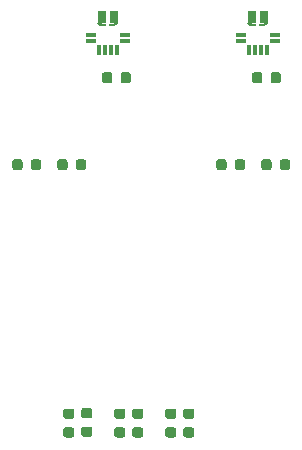
<source format=gbr>
G04 #@! TF.GenerationSoftware,KiCad,Pcbnew,(5.1.6)-1*
G04 #@! TF.CreationDate,2020-07-11T10:04:51-07:00*
G04 #@! TF.ProjectId,stepper_analyzer,73746570-7065-4725-9f61-6e616c797a65,rev?*
G04 #@! TF.SameCoordinates,Original*
G04 #@! TF.FileFunction,Paste,Top*
G04 #@! TF.FilePolarity,Positive*
%FSLAX46Y46*%
G04 Gerber Fmt 4.6, Leading zero omitted, Abs format (unit mm)*
G04 Created by KiCad (PCBNEW (5.1.6)-1) date 2020-07-11 10:04:51*
%MOMM*%
%LPD*%
G01*
G04 APERTURE LIST*
%ADD10C,0.100000*%
%ADD11R,0.600000X0.200000*%
%ADD12R,0.800000X1.070000*%
%ADD13R,0.300000X0.850000*%
%ADD14R,0.850000X0.300000*%
G04 APERTURE END LIST*
G36*
G01*
X131574250Y-103815500D02*
X131061750Y-103815500D01*
G75*
G02*
X130843000Y-103596750I0J218750D01*
G01*
X130843000Y-103159250D01*
G75*
G02*
X131061750Y-102940500I218750J0D01*
G01*
X131574250Y-102940500D01*
G75*
G02*
X131793000Y-103159250I0J-218750D01*
G01*
X131793000Y-103596750D01*
G75*
G02*
X131574250Y-103815500I-218750J0D01*
G01*
G37*
G36*
G01*
X131574250Y-105390500D02*
X131061750Y-105390500D01*
G75*
G02*
X130843000Y-105171750I0J218750D01*
G01*
X130843000Y-104734250D01*
G75*
G02*
X131061750Y-104515500I218750J0D01*
G01*
X131574250Y-104515500D01*
G75*
G02*
X131793000Y-104734250I0J-218750D01*
G01*
X131793000Y-105171750D01*
G75*
G02*
X131574250Y-105390500I-218750J0D01*
G01*
G37*
D10*
G36*
X123560030Y-70335000D02*
G01*
X123760000Y-70135030D01*
X123959970Y-70335000D01*
X123760000Y-70534970D01*
X123560030Y-70335000D01*
G37*
D11*
X124060000Y-70435000D03*
D12*
X123960000Y-69800000D03*
D10*
G36*
X124960030Y-70335000D02*
G01*
X125160000Y-70135030D01*
X125359970Y-70335000D01*
X125160000Y-70534970D01*
X124960030Y-70335000D01*
G37*
D11*
X124860000Y-70435000D03*
D12*
X124960000Y-69800000D03*
D13*
X125210000Y-72550000D03*
X124710000Y-72550000D03*
X124210000Y-72550000D03*
X123710000Y-72550000D03*
D14*
X123010000Y-71850000D03*
X123010000Y-71350000D03*
X125910000Y-71850000D03*
X125910000Y-71350000D03*
D10*
G36*
X136260030Y-70335000D02*
G01*
X136460000Y-70135030D01*
X136659970Y-70335000D01*
X136460000Y-70534970D01*
X136260030Y-70335000D01*
G37*
D11*
X136760000Y-70435000D03*
D12*
X136660000Y-69800000D03*
D10*
G36*
X137660030Y-70335000D02*
G01*
X137860000Y-70135030D01*
X138059970Y-70335000D01*
X137860000Y-70534970D01*
X137660030Y-70335000D01*
G37*
D11*
X137560000Y-70435000D03*
D12*
X137660000Y-69800000D03*
D13*
X137910000Y-72550000D03*
X137410000Y-72550000D03*
X136910000Y-72550000D03*
X136410000Y-72550000D03*
D14*
X135710000Y-71850000D03*
X135710000Y-71350000D03*
X138610000Y-71850000D03*
X138610000Y-71350000D03*
G36*
G01*
X139034000Y-82552250D02*
X139034000Y-82039750D01*
G75*
G02*
X139252750Y-81821000I218750J0D01*
G01*
X139690250Y-81821000D01*
G75*
G02*
X139909000Y-82039750I0J-218750D01*
G01*
X139909000Y-82552250D01*
G75*
G02*
X139690250Y-82771000I-218750J0D01*
G01*
X139252750Y-82771000D01*
G75*
G02*
X139034000Y-82552250I0J218750D01*
G01*
G37*
G36*
G01*
X137459000Y-82552250D02*
X137459000Y-82039750D01*
G75*
G02*
X137677750Y-81821000I218750J0D01*
G01*
X138115250Y-81821000D01*
G75*
G02*
X138334000Y-82039750I0J-218750D01*
G01*
X138334000Y-82552250D01*
G75*
G02*
X138115250Y-82771000I-218750J0D01*
G01*
X137677750Y-82771000D01*
G75*
G02*
X137459000Y-82552250I0J218750D01*
G01*
G37*
G36*
G01*
X121762000Y-82552250D02*
X121762000Y-82039750D01*
G75*
G02*
X121980750Y-81821000I218750J0D01*
G01*
X122418250Y-81821000D01*
G75*
G02*
X122637000Y-82039750I0J-218750D01*
G01*
X122637000Y-82552250D01*
G75*
G02*
X122418250Y-82771000I-218750J0D01*
G01*
X121980750Y-82771000D01*
G75*
G02*
X121762000Y-82552250I0J218750D01*
G01*
G37*
G36*
G01*
X120187000Y-82552250D02*
X120187000Y-82039750D01*
G75*
G02*
X120405750Y-81821000I218750J0D01*
G01*
X120843250Y-81821000D01*
G75*
G02*
X121062000Y-82039750I0J-218750D01*
G01*
X121062000Y-82552250D01*
G75*
G02*
X120843250Y-82771000I-218750J0D01*
G01*
X120405750Y-82771000D01*
G75*
G02*
X120187000Y-82552250I0J218750D01*
G01*
G37*
G36*
G01*
X127256250Y-103815500D02*
X126743750Y-103815500D01*
G75*
G02*
X126525000Y-103596750I0J218750D01*
G01*
X126525000Y-103159250D01*
G75*
G02*
X126743750Y-102940500I218750J0D01*
G01*
X127256250Y-102940500D01*
G75*
G02*
X127475000Y-103159250I0J-218750D01*
G01*
X127475000Y-103596750D01*
G75*
G02*
X127256250Y-103815500I-218750J0D01*
G01*
G37*
G36*
G01*
X127256250Y-105390500D02*
X126743750Y-105390500D01*
G75*
G02*
X126525000Y-105171750I0J218750D01*
G01*
X126525000Y-104734250D01*
G75*
G02*
X126743750Y-104515500I218750J0D01*
G01*
X127256250Y-104515500D01*
G75*
G02*
X127475000Y-104734250I0J-218750D01*
G01*
X127475000Y-105171750D01*
G75*
G02*
X127256250Y-105390500I-218750J0D01*
G01*
G37*
G36*
G01*
X122938250Y-103764500D02*
X122425750Y-103764500D01*
G75*
G02*
X122207000Y-103545750I0J218750D01*
G01*
X122207000Y-103108250D01*
G75*
G02*
X122425750Y-102889500I218750J0D01*
G01*
X122938250Y-102889500D01*
G75*
G02*
X123157000Y-103108250I0J-218750D01*
G01*
X123157000Y-103545750D01*
G75*
G02*
X122938250Y-103764500I-218750J0D01*
G01*
G37*
G36*
G01*
X122938250Y-105339500D02*
X122425750Y-105339500D01*
G75*
G02*
X122207000Y-105120750I0J218750D01*
G01*
X122207000Y-104683250D01*
G75*
G02*
X122425750Y-104464500I218750J0D01*
G01*
X122938250Y-104464500D01*
G75*
G02*
X123157000Y-104683250I0J-218750D01*
G01*
X123157000Y-105120750D01*
G75*
G02*
X122938250Y-105339500I-218750J0D01*
G01*
G37*
G36*
G01*
X138246500Y-75186250D02*
X138246500Y-74673750D01*
G75*
G02*
X138465250Y-74455000I218750J0D01*
G01*
X138902750Y-74455000D01*
G75*
G02*
X139121500Y-74673750I0J-218750D01*
G01*
X139121500Y-75186250D01*
G75*
G02*
X138902750Y-75405000I-218750J0D01*
G01*
X138465250Y-75405000D01*
G75*
G02*
X138246500Y-75186250I0J218750D01*
G01*
G37*
G36*
G01*
X136671500Y-75186250D02*
X136671500Y-74673750D01*
G75*
G02*
X136890250Y-74455000I218750J0D01*
G01*
X137327750Y-74455000D01*
G75*
G02*
X137546500Y-74673750I0J-218750D01*
G01*
X137546500Y-75186250D01*
G75*
G02*
X137327750Y-75405000I-218750J0D01*
G01*
X136890250Y-75405000D01*
G75*
G02*
X136671500Y-75186250I0J218750D01*
G01*
G37*
G36*
G01*
X125546500Y-75186250D02*
X125546500Y-74673750D01*
G75*
G02*
X125765250Y-74455000I218750J0D01*
G01*
X126202750Y-74455000D01*
G75*
G02*
X126421500Y-74673750I0J-218750D01*
G01*
X126421500Y-75186250D01*
G75*
G02*
X126202750Y-75405000I-218750J0D01*
G01*
X125765250Y-75405000D01*
G75*
G02*
X125546500Y-75186250I0J218750D01*
G01*
G37*
G36*
G01*
X123971500Y-75186250D02*
X123971500Y-74673750D01*
G75*
G02*
X124190250Y-74455000I218750J0D01*
G01*
X124627750Y-74455000D01*
G75*
G02*
X124846500Y-74673750I0J-218750D01*
G01*
X124846500Y-75186250D01*
G75*
G02*
X124627750Y-75405000I-218750J0D01*
G01*
X124190250Y-75405000D01*
G75*
G02*
X123971500Y-75186250I0J218750D01*
G01*
G37*
G36*
G01*
X117952000Y-82552250D02*
X117952000Y-82039750D01*
G75*
G02*
X118170750Y-81821000I218750J0D01*
G01*
X118608250Y-81821000D01*
G75*
G02*
X118827000Y-82039750I0J-218750D01*
G01*
X118827000Y-82552250D01*
G75*
G02*
X118608250Y-82771000I-218750J0D01*
G01*
X118170750Y-82771000D01*
G75*
G02*
X117952000Y-82552250I0J218750D01*
G01*
G37*
G36*
G01*
X116377000Y-82552250D02*
X116377000Y-82039750D01*
G75*
G02*
X116595750Y-81821000I218750J0D01*
G01*
X117033250Y-81821000D01*
G75*
G02*
X117252000Y-82039750I0J-218750D01*
G01*
X117252000Y-82552250D01*
G75*
G02*
X117033250Y-82771000I-218750J0D01*
G01*
X116595750Y-82771000D01*
G75*
G02*
X116377000Y-82552250I0J218750D01*
G01*
G37*
G36*
G01*
X135224000Y-82552250D02*
X135224000Y-82039750D01*
G75*
G02*
X135442750Y-81821000I218750J0D01*
G01*
X135880250Y-81821000D01*
G75*
G02*
X136099000Y-82039750I0J-218750D01*
G01*
X136099000Y-82552250D01*
G75*
G02*
X135880250Y-82771000I-218750J0D01*
G01*
X135442750Y-82771000D01*
G75*
G02*
X135224000Y-82552250I0J218750D01*
G01*
G37*
G36*
G01*
X133649000Y-82552250D02*
X133649000Y-82039750D01*
G75*
G02*
X133867750Y-81821000I218750J0D01*
G01*
X134305250Y-81821000D01*
G75*
G02*
X134524000Y-82039750I0J-218750D01*
G01*
X134524000Y-82552250D01*
G75*
G02*
X134305250Y-82771000I-218750J0D01*
G01*
X133867750Y-82771000D01*
G75*
G02*
X133649000Y-82552250I0J218750D01*
G01*
G37*
G36*
G01*
X120901750Y-104515500D02*
X121414250Y-104515500D01*
G75*
G02*
X121633000Y-104734250I0J-218750D01*
G01*
X121633000Y-105171750D01*
G75*
G02*
X121414250Y-105390500I-218750J0D01*
G01*
X120901750Y-105390500D01*
G75*
G02*
X120683000Y-105171750I0J218750D01*
G01*
X120683000Y-104734250D01*
G75*
G02*
X120901750Y-104515500I218750J0D01*
G01*
G37*
G36*
G01*
X120901750Y-102940500D02*
X121414250Y-102940500D01*
G75*
G02*
X121633000Y-103159250I0J-218750D01*
G01*
X121633000Y-103596750D01*
G75*
G02*
X121414250Y-103815500I-218750J0D01*
G01*
X120901750Y-103815500D01*
G75*
G02*
X120683000Y-103596750I0J218750D01*
G01*
X120683000Y-103159250D01*
G75*
G02*
X120901750Y-102940500I218750J0D01*
G01*
G37*
G36*
G01*
X125219750Y-104515500D02*
X125732250Y-104515500D01*
G75*
G02*
X125951000Y-104734250I0J-218750D01*
G01*
X125951000Y-105171750D01*
G75*
G02*
X125732250Y-105390500I-218750J0D01*
G01*
X125219750Y-105390500D01*
G75*
G02*
X125001000Y-105171750I0J218750D01*
G01*
X125001000Y-104734250D01*
G75*
G02*
X125219750Y-104515500I218750J0D01*
G01*
G37*
G36*
G01*
X125219750Y-102940500D02*
X125732250Y-102940500D01*
G75*
G02*
X125951000Y-103159250I0J-218750D01*
G01*
X125951000Y-103596750D01*
G75*
G02*
X125732250Y-103815500I-218750J0D01*
G01*
X125219750Y-103815500D01*
G75*
G02*
X125001000Y-103596750I0J218750D01*
G01*
X125001000Y-103159250D01*
G75*
G02*
X125219750Y-102940500I218750J0D01*
G01*
G37*
G36*
G01*
X129537750Y-104515500D02*
X130050250Y-104515500D01*
G75*
G02*
X130269000Y-104734250I0J-218750D01*
G01*
X130269000Y-105171750D01*
G75*
G02*
X130050250Y-105390500I-218750J0D01*
G01*
X129537750Y-105390500D01*
G75*
G02*
X129319000Y-105171750I0J218750D01*
G01*
X129319000Y-104734250D01*
G75*
G02*
X129537750Y-104515500I218750J0D01*
G01*
G37*
G36*
G01*
X129537750Y-102940500D02*
X130050250Y-102940500D01*
G75*
G02*
X130269000Y-103159250I0J-218750D01*
G01*
X130269000Y-103596750D01*
G75*
G02*
X130050250Y-103815500I-218750J0D01*
G01*
X129537750Y-103815500D01*
G75*
G02*
X129319000Y-103596750I0J218750D01*
G01*
X129319000Y-103159250D01*
G75*
G02*
X129537750Y-102940500I218750J0D01*
G01*
G37*
M02*

</source>
